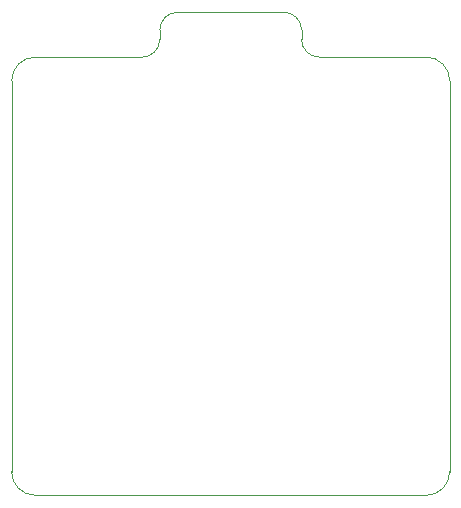
<source format=gm1>
G04 #@! TF.GenerationSoftware,KiCad,Pcbnew,(6.0.0)*
G04 #@! TF.CreationDate,2022-01-14T23:04:14+01:00*
G04 #@! TF.ProjectId,pos,706f732e-6b69-4636-9164-5f7063625858,rev?*
G04 #@! TF.SameCoordinates,Original*
G04 #@! TF.FileFunction,Profile,NP*
%FSLAX46Y46*%
G04 Gerber Fmt 4.6, Leading zero omitted, Abs format (unit mm)*
G04 Created by KiCad (PCBNEW (6.0.0)) date 2022-01-14 23:04:14*
%MOMM*%
%LPD*%
G01*
G04 APERTURE LIST*
G04 #@! TA.AperFunction,Profile*
%ADD10C,0.100000*%
G04 #@! TD*
G04 APERTURE END LIST*
D10*
X138447400Y-83927301D02*
X138447400Y-83127301D01*
X150447400Y-83127301D02*
X150447400Y-83927301D01*
X160997399Y-122527301D02*
G75*
G03*
X162997399Y-120527301I1J1999999D01*
G01*
X125897401Y-120527301D02*
G75*
G03*
X127897401Y-122527301I1999999J-1D01*
G01*
X162997400Y-87427301D02*
G75*
G03*
X160997400Y-85427301I-1999999J1D01*
G01*
X139947400Y-81627302D02*
X148947400Y-81627300D01*
X127897401Y-85427301D02*
G75*
G03*
X125897401Y-87427301I-1J-1999999D01*
G01*
X151947400Y-85427301D02*
X160997400Y-85427301D01*
X136947400Y-85427301D02*
G75*
G03*
X138447401Y-83927302I0J1500001D01*
G01*
X139947400Y-81627302D02*
G75*
G03*
X138447401Y-83127301I2J-1500001D01*
G01*
X150447400Y-83927301D02*
G75*
G03*
X151947400Y-85427301I1500001J1D01*
G01*
X160997399Y-122527301D02*
X127897401Y-122527301D01*
X125897401Y-120527301D02*
X125897401Y-87427301D01*
X162997400Y-87427301D02*
X162997399Y-120527301D01*
X150447400Y-83127301D02*
G75*
G03*
X148947400Y-81627301I-1500001J-1D01*
G01*
X127897401Y-85427301D02*
X136947400Y-85427301D01*
M02*

</source>
